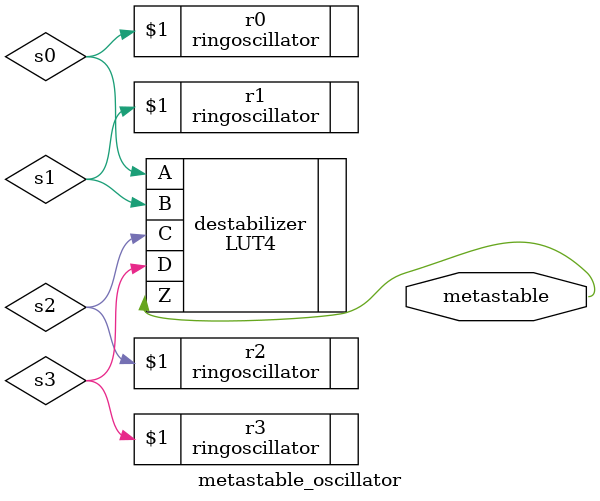
<source format=v>
/*
This file is part of verilog-buildingblocks,
by David R. Piegdon <dgit@piegdon.de>

verilog-buildingblocks is free software: you can redistribute it and/or modify
it under the terms of the GNU Lesser General Public License as published by
the Free Software Foundation, either version 3 of the License, or
(at your option) any later version.

verilog-buildingblocks is distributed in the hope that it will be useful,
but WITHOUT ANY WARRANTY; without even the implied warranty of
MERCHANTABILITY or FITNESS FOR A PARTICULAR PURPOSE.  See the
GNU Lesser General Public License for more details.

You should have received a copy of the GNU Lesser General Public License
along with verilog-buildingblocks.  If not, see <https://www.gnu.org/licenses/>.
*/

`ifndef __vbb__lattice_ecp5__metastable_oscillator_v__
`define __vbb__lattice_ecp5__metastable_oscillator_v__

`default_nettype none

`include "ringoscillator.v"

// Circuit generating a metastable output.
module metastable_oscillator(output wire metastable);
	wire s0, s1, s2, s3;

	ringoscillator r0(s0);
	ringoscillator r1(s1);
	ringoscillator r2(s2);
	ringoscillator r3(s3);

	(* keep *)
	LUT4 #(.INIT(16'b1010_1100_1110_0001))
		destabilizer (.Z(metastable), .A(s0), .B(s1), .C(s2), .D(s3));
endmodule

`endif // __vbb__lattice_ecp5__metastable_oscillator_v__

</source>
